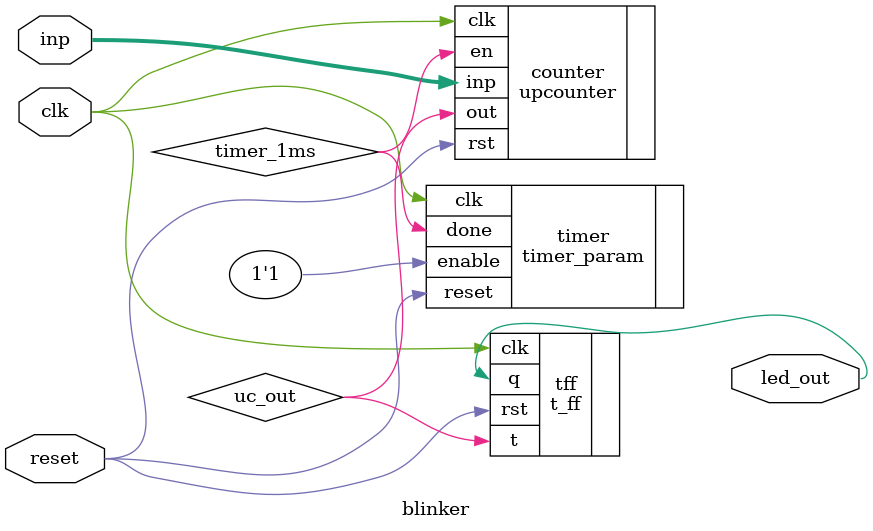
<source format=sv>
`timescale 1ns / 1ps


module blinker
    #(parameter SIZE = 16)
    (
    input logic clk,
    input logic reset,
    input logic [SIZE - 1:0] inp,
    output logic led_out
    );
    
    // signal declaration
    logic timer_1ms;
    logic uc_out;
    
    // blinker logic
    timer_param #(.FINAL_VALUE(100_000)) timer(
        .clk(clk),
        .reset(reset),
        .enable(1'b1),
        .done(timer_1ms)
        );
    
    upcounter #(.SIZE(SIZE)) counter(
        .clk(clk),
        .rst(reset),
        .en(timer_1ms),
        .inp(inp),
        .out(uc_out)
        );
    
    t_ff tff(
        .clk(clk),
        .rst(reset),
        .t(uc_out),
        .q(led_out)
        );
    
endmodule

</source>
